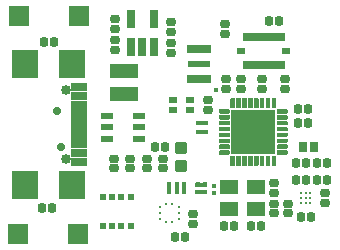
<source format=gts>
%FSTAX23Y23*%
%MOIN*%
%SFA1B1*%

%IPPOS*%
%AMD46*
4,1,8,0.014600,-0.006200,0.014600,0.006200,0.005000,0.015800,-0.005000,0.015800,-0.014600,0.006200,-0.014600,-0.006200,-0.005000,-0.015800,0.005000,-0.015800,0.014600,-0.006200,0.0*
1,1,0.019268,0.005000,-0.006200*
1,1,0.019268,0.005000,0.006200*
1,1,0.019268,-0.005000,0.006200*
1,1,0.019268,-0.005000,-0.006200*
%
%AMD49*
4,1,8,-0.006200,-0.014600,0.006200,-0.014600,0.015800,-0.005000,0.015800,0.005000,0.006200,0.014600,-0.006200,0.014600,-0.015800,0.005000,-0.015800,-0.005000,-0.006200,-0.014600,0.0*
1,1,0.019268,-0.006200,-0.005000*
1,1,0.019268,0.006200,-0.005000*
1,1,0.019268,0.006200,0.005000*
1,1,0.019268,-0.006200,0.005000*
%
%AMD63*
4,1,8,-0.021500,0.011200,-0.021500,-0.011200,-0.013700,-0.019000,0.013700,-0.019000,0.021500,-0.011200,0.021500,0.011200,0.013700,0.019000,-0.013700,0.019000,-0.021500,0.011200,0.0*
1,1,0.015504,-0.013700,0.011200*
1,1,0.015504,-0.013700,-0.011200*
1,1,0.015504,0.013700,-0.011200*
1,1,0.015504,0.013700,0.011200*
%
%ADD19R,0.038500X0.022000*%
%ADD22R,0.011000X0.010000*%
%ADD23R,0.010000X0.011000*%
%ADD26C,0.009000*%
%ADD42R,0.039319X0.015528*%
%ADD43R,0.015528X0.039319*%
%ADD44R,0.018000X0.018000*%
%ADD45C,0.017000*%
G04~CAMADD=46~8~0.0~0.0~316.2~292.6~96.3~0.0~15~0.0~0.0~0.0~0.0~0~0.0~0.0~0.0~0.0~0~0.0~0.0~0.0~270.0~292.0~316.0*
%ADD46D46*%
%ADD47R,0.028079X0.036740*%
%ADD48R,0.027685X0.019811*%
G04~CAMADD=49~8~0.0~0.0~316.2~292.6~96.3~0.0~15~0.0~0.0~0.0~0.0~0~0.0~0.0~0.0~0.0~0~0.0~0.0~0.0~180.0~316.0~292.0*
%ADD49D49*%
%ADD50R,0.059181X0.051307*%
%ADD51R,0.031228X0.021779*%
%ADD52R,0.021779X0.031228*%
%ADD53R,0.068000X0.068000*%
%ADD54R,0.019811X0.031622*%
%ADD55R,0.074929X0.019811*%
%ADD56R,0.023748X0.023748*%
%ADD57R,0.018000X0.018000*%
%ADD58R,0.094614X0.047370*%
%ADD59R,0.053275X0.031622*%
%ADD60R,0.053275X0.019811*%
%ADD61R,0.086740X0.093827*%
%ADD62R,0.149606X0.149606*%
G04~CAMADD=63~8~0.0~0.0~380.0~430.0~77.5~0.0~15~0.0~0.0~0.0~0.0~0~0.0~0.0~0.0~0.0~0~0.0~0.0~0.0~90.0~430.0~380.0*
%ADD63D63*%
%ADD64R,0.031622X0.059968*%
%ADD65C,0.033590*%
%ADD66C,0.028000*%
%LNesp32c3phils-1*%
%LPD*%
G36*
X03533Y03763D02*
X03533Y03763D01*
X03533Y03763*
X03533Y03763*
X03532Y03764*
X03532Y03764*
X03532Y03764*
X03532Y03764*
X03532Y03764*
X03532Y03764*
X03532Y03764*
X03531Y03764*
X03531Y03764*
X03531Y03764*
X03531Y03765*
X03531Y03765*
X03531Y03765*
X03531Y03765*
X03531Y03765*
X03531Y03765*
X03531Y03765*
X0353Y03766*
X0353Y03766*
X0353Y03766*
X0353Y03766*
X0353Y03766*
Y03766*
Y03767*
Y03775*
Y03775*
Y03775*
X0353Y03775*
X0353Y03775*
X0353Y03775*
X0353Y03776*
X03531Y03776*
X03531Y03776*
X03531Y03776*
X03531Y03776*
X03531Y03776*
X03531Y03777*
X03531Y03777*
X03531Y03777*
X03531Y03777*
X03531Y03777*
X03532Y03777*
X03532Y03777*
X03532Y03777*
X03532Y03777*
X03532Y03778*
X03532Y03778*
X03532Y03778*
X03533Y03778*
X03533Y03778*
X03533Y03778*
X03533Y03778*
X03533Y03778*
X03563*
X03563Y03778*
X03564Y03778*
X03564Y03778*
X03564Y03778*
X03564Y03778*
X03564Y03778*
X03564Y03778*
X03565Y03777*
X03565Y03777*
X03565Y03777*
X03565Y03777*
X03565Y03777*
X03565Y03777*
X03565Y03777*
X03565Y03777*
X03566Y03777*
X03566Y03776*
X03566Y03776*
X03566Y03776*
X03566Y03776*
X03566Y03776*
X03566Y03776*
X03566Y03775*
X03566Y03775*
X03566Y03775*
X03566Y03775*
Y03775*
Y03775*
Y03767*
Y03766*
Y03766*
X03566Y03766*
X03566Y03766*
X03566Y03766*
X03566Y03766*
X03566Y03765*
X03566Y03765*
X03566Y03765*
X03566Y03765*
X03566Y03765*
X03566Y03765*
X03565Y03765*
X03565Y03764*
X03565Y03764*
X03565Y03764*
X03565Y03764*
X03565Y03764*
X03565Y03764*
X03565Y03764*
X03564Y03764*
X03564Y03764*
X03564Y03764*
X03564Y03763*
X03564Y03763*
X03564Y03763*
X03563Y03763*
X03563Y03763*
X03533*
X03533Y03763*
G37*
G36*
Y03783D02*
X03533Y03783D01*
X03533Y03783*
X03533Y03783*
X03532Y03783*
X03532Y03783*
X03532Y03783*
X03532Y03783*
X03532Y03784*
X03532Y03784*
X03532Y03784*
X03531Y03784*
X03531Y03784*
X03531Y03784*
X03531Y03784*
X03531Y03784*
X03531Y03785*
X03531Y03785*
X03531Y03785*
X03531Y03785*
X03531Y03785*
X0353Y03785*
X0353Y03785*
X0353Y03786*
X0353Y03786*
X0353Y03786*
Y03786*
Y03786*
Y03794*
Y03794*
Y03795*
X0353Y03795*
X0353Y03795*
X0353Y03795*
X0353Y03795*
X03531Y03795*
X03531Y03796*
X03531Y03796*
X03531Y03796*
X03531Y03796*
X03531Y03796*
X03531Y03796*
X03531Y03796*
X03531Y03797*
X03531Y03797*
X03532Y03797*
X03532Y03797*
X03532Y03797*
X03532Y03797*
X03532Y03797*
X03532Y03797*
X03532Y03797*
X03533Y03797*
X03533Y03797*
X03533Y03797*
X03533Y03798*
X03533Y03798*
X03563*
X03563Y03798*
X03564Y03797*
X03564Y03797*
X03564Y03797*
X03564Y03797*
X03564Y03797*
X03564Y03797*
X03565Y03797*
X03565Y03797*
X03565Y03797*
X03565Y03797*
X03565Y03797*
X03565Y03797*
X03565Y03796*
X03565Y03796*
X03566Y03796*
X03566Y03796*
X03566Y03796*
X03566Y03796*
X03566Y03796*
X03566Y03795*
X03566Y03795*
X03566Y03795*
X03566Y03795*
X03566Y03795*
X03566Y03795*
Y03794*
Y03794*
Y03786*
Y03786*
Y03786*
X03566Y03786*
X03566Y03786*
X03566Y03785*
X03566Y03785*
X03566Y03785*
X03566Y03785*
X03566Y03785*
X03566Y03785*
X03566Y03785*
X03566Y03784*
X03565Y03784*
X03565Y03784*
X03565Y03784*
X03565Y03784*
X03565Y03784*
X03565Y03784*
X03565Y03784*
X03565Y03783*
X03564Y03783*
X03564Y03783*
X03564Y03783*
X03564Y03783*
X03564Y03783*
X03564Y03783*
X03563Y03783*
X03563Y03783*
X03533*
X03533Y03783*
G37*
G36*
Y03822D02*
X03533Y03822D01*
X03533Y03822*
X03533Y03823*
X03532Y03823*
X03532Y03823*
X03532Y03823*
X03532Y03823*
X03532Y03823*
X03532Y03823*
X03532Y03823*
X03531Y03823*
X03531Y03823*
X03531Y03823*
X03531Y03824*
X03531Y03824*
X03531Y03824*
X03531Y03824*
X03531Y03824*
X03531Y03824*
X03531Y03825*
X0353Y03825*
X0353Y03825*
X0353Y03825*
X0353Y03825*
X0353Y03825*
Y03826*
Y03826*
Y03834*
Y03834*
Y03834*
X0353Y03834*
X0353Y03834*
X0353Y03835*
X0353Y03835*
X03531Y03835*
X03531Y03835*
X03531Y03835*
X03531Y03835*
X03531Y03835*
X03531Y03836*
X03531Y03836*
X03531Y03836*
X03531Y03836*
X03531Y03836*
X03532Y03836*
X03532Y03836*
X03532Y03836*
X03532Y03837*
X03532Y03837*
X03532Y03837*
X03532Y03837*
X03533Y03837*
X03533Y03837*
X03533Y03837*
X03533Y03837*
X03533Y03837*
X03563*
X03563Y03837*
X03564Y03837*
X03564Y03837*
X03564Y03837*
X03564Y03837*
X03564Y03837*
X03564Y03837*
X03565Y03837*
X03565Y03836*
X03565Y03836*
X03565Y03836*
X03565Y03836*
X03565Y03836*
X03565Y03836*
X03565Y03836*
X03566Y03836*
X03566Y03835*
X03566Y03835*
X03566Y03835*
X03566Y03835*
X03566Y03835*
X03566Y03835*
X03566Y03835*
X03566Y03834*
X03566Y03834*
X03566Y03834*
Y03834*
Y03834*
Y03826*
Y03826*
Y03825*
X03566Y03825*
X03566Y03825*
X03566Y03825*
X03566Y03825*
X03566Y03825*
X03566Y03824*
X03566Y03824*
X03566Y03824*
X03566Y03824*
X03566Y03824*
X03565Y03824*
X03565Y03823*
X03565Y03823*
X03565Y03823*
X03565Y03823*
X03565Y03823*
X03565Y03823*
X03565Y03823*
X03564Y03823*
X03564Y03823*
X03564Y03823*
X03564Y03823*
X03564Y03822*
X03564Y03822*
X03563Y03822*
X03563Y03822*
X03533*
X03533Y03822*
G37*
G36*
Y03803D02*
X03533Y03803D01*
X03533Y03803*
X03533Y03803*
X03532Y03803*
X03532Y03803*
X03532Y03803*
X03532Y03803*
X03532Y03803*
X03532Y03803*
X03532Y03803*
X03531Y03804*
X03531Y03804*
X03531Y03804*
X03531Y03804*
X03531Y03804*
X03531Y03804*
X03531Y03804*
X03531Y03805*
X03531Y03805*
X03531Y03805*
X0353Y03805*
X0353Y03805*
X0353Y03805*
X0353Y03805*
X0353Y03806*
Y03806*
Y03806*
Y03814*
Y03814*
Y03814*
X0353Y03814*
X0353Y03815*
X0353Y03815*
X0353Y03815*
X03531Y03815*
X03531Y03815*
X03531Y03815*
X03531Y03816*
X03531Y03816*
X03531Y03816*
X03531Y03816*
X03531Y03816*
X03531Y03816*
X03531Y03816*
X03532Y03817*
X03532Y03817*
X03532Y03817*
X03532Y03817*
X03532Y03817*
X03532Y03817*
X03532Y03817*
X03533Y03817*
X03533Y03817*
X03533Y03817*
X03533Y03817*
X03533Y03817*
X03563*
X03563Y03817*
X03564Y03817*
X03564Y03817*
X03564Y03817*
X03564Y03817*
X03564Y03817*
X03564Y03817*
X03565Y03817*
X03565Y03817*
X03565Y03817*
X03565Y03817*
X03565Y03816*
X03565Y03816*
X03565Y03816*
X03565Y03816*
X03566Y03816*
X03566Y03816*
X03566Y03816*
X03566Y03815*
X03566Y03815*
X03566Y03815*
X03566Y03815*
X03566Y03815*
X03566Y03815*
X03566Y03814*
X03566Y03814*
Y03814*
Y03814*
Y03806*
Y03806*
Y03806*
X03566Y03805*
X03566Y03805*
X03566Y03805*
X03566Y03805*
X03566Y03805*
X03566Y03805*
X03566Y03805*
X03566Y03804*
X03566Y03804*
X03566Y03804*
X03565Y03804*
X03565Y03804*
X03565Y03804*
X03565Y03804*
X03565Y03803*
X03565Y03803*
X03565Y03803*
X03565Y03803*
X03564Y03803*
X03564Y03803*
X03564Y03803*
X03564Y03803*
X03564Y03803*
X03564Y03803*
X03563Y03803*
X03563Y03803*
X03533*
X03533Y03803*
G37*
G36*
X03571Y03725D02*
X03571Y03725D01*
X03571Y03725*
X03571Y03725*
X0357Y03726*
X0357Y03726*
X0357Y03726*
X0357Y03726*
X0357Y03726*
X0357Y03726*
X0357Y03726*
X03569Y03726*
X03569Y03726*
X03569Y03726*
X03569Y03727*
X03569Y03727*
X03569Y03727*
X03569Y03727*
X03569Y03727*
X03569Y03727*
X03569Y03727*
X03568Y03728*
X03568Y03728*
X03568Y03728*
X03568Y03728*
X03568Y03728*
Y03728*
Y03729*
Y03758*
Y03758*
Y03758*
X03568Y03758*
X03568Y03759*
X03568Y03759*
X03568Y03759*
X03569Y03759*
X03569Y03759*
X03569Y03759*
X03569Y0376*
X03569Y0376*
X03569Y0376*
X03569Y0376*
X03569Y0376*
X03569Y0376*
X03569Y0376*
X0357Y0376*
X0357Y03761*
X0357Y03761*
X0357Y03761*
X0357Y03761*
X0357Y03761*
X0357Y03761*
X03571Y03761*
X03571Y03761*
X03571Y03761*
X03571Y03761*
X03571Y03761*
X0358*
X0358Y03761*
X0358Y03761*
X0358Y03761*
X03581Y03761*
X03581Y03761*
X03581Y03761*
X03581Y03761*
X03581Y03761*
X03581Y03761*
X03582Y03761*
X03582Y0376*
X03582Y0376*
X03582Y0376*
X03582Y0376*
X03582Y0376*
X03582Y0376*
X03582Y0376*
X03582Y0376*
X03583Y03759*
X03583Y03759*
X03583Y03759*
X03583Y03759*
X03583Y03759*
X03583Y03759*
X03583Y03758*
X03583Y03758*
Y03758*
Y03758*
Y03729*
Y03728*
Y03728*
X03583Y03728*
X03583Y03728*
X03583Y03728*
X03583Y03728*
X03583Y03727*
X03583Y03727*
X03583Y03727*
X03582Y03727*
X03582Y03727*
X03582Y03727*
X03582Y03727*
X03582Y03726*
X03582Y03726*
X03582Y03726*
X03582Y03726*
X03582Y03726*
X03581Y03726*
X03581Y03726*
X03581Y03726*
X03581Y03726*
X03581Y03726*
X03581Y03725*
X0358Y03725*
X0358Y03725*
X0358Y03725*
X0358Y03725*
X03571*
X03571Y03725*
G37*
G36*
X03591D02*
X03591Y03725D01*
X0359Y03725*
X0359Y03725*
X0359Y03726*
X0359Y03726*
X0359Y03726*
X0359Y03726*
X0359Y03726*
X03589Y03726*
X03589Y03726*
X03589Y03726*
X03589Y03726*
X03589Y03726*
X03589Y03727*
X03589Y03727*
X03589Y03727*
X03588Y03727*
X03588Y03727*
X03588Y03727*
X03588Y03727*
X03588Y03728*
X03588Y03728*
X03588Y03728*
X03588Y03728*
X03588Y03728*
Y03728*
Y03729*
Y03758*
Y03758*
Y03758*
X03588Y03758*
X03588Y03759*
X03588Y03759*
X03588Y03759*
X03588Y03759*
X03588Y03759*
X03588Y03759*
X03588Y0376*
X03589Y0376*
X03589Y0376*
X03589Y0376*
X03589Y0376*
X03589Y0376*
X03589Y0376*
X03589Y0376*
X03589Y03761*
X0359Y03761*
X0359Y03761*
X0359Y03761*
X0359Y03761*
X0359Y03761*
X0359Y03761*
X0359Y03761*
X03591Y03761*
X03591Y03761*
X03591Y03761*
X036*
X036Y03761*
X036Y03761*
X036Y03761*
X036Y03761*
X036Y03761*
X03601Y03761*
X03601Y03761*
X03601Y03761*
X03601Y03761*
X03601Y03761*
X03601Y0376*
X03601Y0376*
X03602Y0376*
X03602Y0376*
X03602Y0376*
X03602Y0376*
X03602Y0376*
X03602Y0376*
X03602Y03759*
X03602Y03759*
X03602Y03759*
X03602Y03759*
X03602Y03759*
X03602Y03759*
X03603Y03758*
X03603Y03758*
Y03758*
Y03758*
Y03729*
Y03728*
Y03728*
X03603Y03728*
X03602Y03728*
X03602Y03728*
X03602Y03728*
X03602Y03727*
X03602Y03727*
X03602Y03727*
X03602Y03727*
X03602Y03727*
X03602Y03727*
X03602Y03727*
X03602Y03726*
X03602Y03726*
X03601Y03726*
X03601Y03726*
X03601Y03726*
X03601Y03726*
X03601Y03726*
X03601Y03726*
X03601Y03726*
X036Y03726*
X036Y03725*
X036Y03725*
X036Y03725*
X036Y03725*
X036Y03725*
X03591*
X03591Y03725*
G37*
G36*
X0363D02*
X0363Y03725D01*
X0363Y03725*
X0363Y03725*
X0363Y03726*
X03629Y03726*
X03629Y03726*
X03629Y03726*
X03629Y03726*
X03629Y03726*
X03629Y03726*
X03628Y03726*
X03628Y03726*
X03628Y03726*
X03628Y03727*
X03628Y03727*
X03628Y03727*
X03628Y03727*
X03628Y03727*
X03628Y03727*
X03628Y03727*
X03628Y03728*
X03627Y03728*
X03627Y03728*
X03627Y03728*
X03627Y03728*
Y03728*
Y03729*
Y03758*
Y03758*
Y03758*
X03627Y03758*
X03627Y03759*
X03627Y03759*
X03628Y03759*
X03628Y03759*
X03628Y03759*
X03628Y03759*
X03628Y0376*
X03628Y0376*
X03628Y0376*
X03628Y0376*
X03628Y0376*
X03628Y0376*
X03628Y0376*
X03629Y0376*
X03629Y03761*
X03629Y03761*
X03629Y03761*
X03629Y03761*
X03629Y03761*
X0363Y03761*
X0363Y03761*
X0363Y03761*
X0363Y03761*
X0363Y03761*
X0363Y03761*
X03639*
X03639Y03761*
X03639Y03761*
X0364Y03761*
X0364Y03761*
X0364Y03761*
X0364Y03761*
X0364Y03761*
X0364Y03761*
X0364Y03761*
X03641Y03761*
X03641Y0376*
X03641Y0376*
X03641Y0376*
X03641Y0376*
X03641Y0376*
X03641Y0376*
X03641Y0376*
X03642Y0376*
X03642Y03759*
X03642Y03759*
X03642Y03759*
X03642Y03759*
X03642Y03759*
X03642Y03759*
X03642Y03758*
X03642Y03758*
Y03758*
Y03758*
Y03729*
Y03728*
Y03728*
X03642Y03728*
X03642Y03728*
X03642Y03728*
X03642Y03728*
X03642Y03727*
X03642Y03727*
X03642Y03727*
X03642Y03727*
X03641Y03727*
X03641Y03727*
X03641Y03727*
X03641Y03726*
X03641Y03726*
X03641Y03726*
X03641Y03726*
X03641Y03726*
X0364Y03726*
X0364Y03726*
X0364Y03726*
X0364Y03726*
X0364Y03726*
X0364Y03725*
X0364Y03725*
X03639Y03725*
X03639Y03725*
X03639Y03725*
X0363*
X0363Y03725*
G37*
G36*
X0361D02*
X0361Y03725D01*
X0361Y03725*
X0361Y03725*
X0361Y03726*
X0361Y03726*
X0361Y03726*
X03609Y03726*
X03609Y03726*
X03609Y03726*
X03609Y03726*
X03609Y03726*
X03609Y03726*
X03609Y03726*
X03608Y03727*
X03608Y03727*
X03608Y03727*
X03608Y03727*
X03608Y03727*
X03608Y03727*
X03608Y03727*
X03608Y03728*
X03608Y03728*
X03608Y03728*
X03608Y03728*
X03608Y03728*
Y03728*
Y03729*
Y03758*
Y03758*
Y03758*
X03608Y03758*
X03608Y03759*
X03608Y03759*
X03608Y03759*
X03608Y03759*
X03608Y03759*
X03608Y03759*
X03608Y0376*
X03608Y0376*
X03608Y0376*
X03608Y0376*
X03609Y0376*
X03609Y0376*
X03609Y0376*
X03609Y0376*
X03609Y03761*
X03609Y03761*
X03609Y03761*
X0361Y03761*
X0361Y03761*
X0361Y03761*
X0361Y03761*
X0361Y03761*
X0361Y03761*
X0361Y03761*
X03611Y03761*
X03619*
X03619Y03761*
X0362Y03761*
X0362Y03761*
X0362Y03761*
X0362Y03761*
X0362Y03761*
X0362Y03761*
X03621Y03761*
X03621Y03761*
X03621Y03761*
X03621Y0376*
X03621Y0376*
X03621Y0376*
X03621Y0376*
X03622Y0376*
X03622Y0376*
X03622Y0376*
X03622Y0376*
X03622Y03759*
X03622Y03759*
X03622Y03759*
X03622Y03759*
X03622Y03759*
X03622Y03759*
X03622Y03758*
X03622Y03758*
Y03758*
Y03758*
Y03729*
Y03728*
Y03728*
X03622Y03728*
X03622Y03728*
X03622Y03728*
X03622Y03728*
X03622Y03727*
X03622Y03727*
X03622Y03727*
X03622Y03727*
X03622Y03727*
X03622Y03727*
X03622Y03727*
X03621Y03726*
X03621Y03726*
X03621Y03726*
X03621Y03726*
X03621Y03726*
X03621Y03726*
X03621Y03726*
X0362Y03726*
X0362Y03726*
X0362Y03726*
X0362Y03725*
X0362Y03725*
X0362Y03725*
X03619Y03725*
X03619Y03725*
X03611*
X0361Y03725*
G37*
G36*
X03533Y03842D02*
X03533Y03842D01*
X03533Y03842*
X03533Y03842*
X03532Y03842*
X03532Y03842*
X03532Y03842*
X03532Y03842*
X03532Y03843*
X03532Y03843*
X03532Y03843*
X03531Y03843*
X03531Y03843*
X03531Y03843*
X03531Y03843*
X03531Y03843*
X03531Y03844*
X03531Y03844*
X03531Y03844*
X03531Y03844*
X03531Y03844*
X0353Y03844*
X0353Y03845*
X0353Y03845*
X0353Y03845*
X0353Y03845*
Y03845*
Y03845*
Y03853*
Y03853*
Y03854*
X0353Y03854*
X0353Y03854*
X0353Y03854*
X0353Y03854*
X03531Y03855*
X03531Y03855*
X03531Y03855*
X03531Y03855*
X03531Y03855*
X03531Y03855*
X03531Y03855*
X03531Y03856*
X03531Y03856*
X03531Y03856*
X03532Y03856*
X03532Y03856*
X03532Y03856*
X03532Y03856*
X03532Y03856*
X03532Y03856*
X03532Y03856*
X03533Y03856*
X03533Y03857*
X03533Y03857*
X03533Y03857*
X03533Y03857*
X03563*
X03563Y03857*
X03564Y03857*
X03564Y03857*
X03564Y03856*
X03564Y03856*
X03564Y03856*
X03564Y03856*
X03565Y03856*
X03565Y03856*
X03565Y03856*
X03565Y03856*
X03565Y03856*
X03565Y03856*
X03565Y03856*
X03565Y03855*
X03566Y03855*
X03566Y03855*
X03566Y03855*
X03566Y03855*
X03566Y03855*
X03566Y03855*
X03566Y03854*
X03566Y03854*
X03566Y03854*
X03566Y03854*
X03566Y03854*
Y03853*
Y03853*
Y03845*
Y03845*
Y03845*
X03566Y03845*
X03566Y03845*
X03566Y03845*
X03566Y03844*
X03566Y03844*
X03566Y03844*
X03566Y03844*
X03566Y03844*
X03566Y03844*
X03566Y03843*
X03565Y03843*
X03565Y03843*
X03565Y03843*
X03565Y03843*
X03565Y03843*
X03565Y03843*
X03565Y03843*
X03565Y03842*
X03564Y03842*
X03564Y03842*
X03564Y03842*
X03564Y03842*
X03564Y03842*
X03564Y03842*
X03563Y03842*
X03563Y03842*
X03533*
X03533Y03842*
G37*
G36*
Y03862D02*
X03533Y03862D01*
X03533Y03862*
X03533Y03862*
X03532Y03862*
X03532Y03862*
X03532Y03862*
X03532Y03862*
X03532Y03862*
X03532Y03862*
X03532Y03862*
X03531Y03863*
X03531Y03863*
X03531Y03863*
X03531Y03863*
X03531Y03863*
X03531Y03863*
X03531Y03863*
X03531Y03864*
X03531Y03864*
X03531Y03864*
X0353Y03864*
X0353Y03864*
X0353Y03864*
X0353Y03865*
X0353Y03865*
Y03865*
Y03865*
Y03873*
Y03873*
Y03873*
X0353Y03874*
X0353Y03874*
X0353Y03874*
X0353Y03874*
X03531Y03874*
X03531Y03874*
X03531Y03875*
X03531Y03875*
X03531Y03875*
X03531Y03875*
X03531Y03875*
X03531Y03875*
X03531Y03875*
X03531Y03875*
X03532Y03876*
X03532Y03876*
X03532Y03876*
X03532Y03876*
X03532Y03876*
X03532Y03876*
X03532Y03876*
X03533Y03876*
X03533Y03876*
X03533Y03876*
X03533Y03876*
X03533Y03876*
X03563*
X03563Y03876*
X03564Y03876*
X03564Y03876*
X03564Y03876*
X03564Y03876*
X03564Y03876*
X03564Y03876*
X03565Y03876*
X03565Y03876*
X03565Y03876*
X03565Y03876*
X03565Y03875*
X03565Y03875*
X03565Y03875*
X03565Y03875*
X03566Y03875*
X03566Y03875*
X03566Y03875*
X03566Y03875*
X03566Y03874*
X03566Y03874*
X03566Y03874*
X03566Y03874*
X03566Y03874*
X03566Y03874*
X03566Y03873*
Y03873*
Y03873*
Y03865*
Y03865*
Y03865*
X03566Y03865*
X03566Y03864*
X03566Y03864*
X03566Y03864*
X03566Y03864*
X03566Y03864*
X03566Y03864*
X03566Y03863*
X03566Y03863*
X03566Y03863*
X03565Y03863*
X03565Y03863*
X03565Y03863*
X03565Y03863*
X03565Y03862*
X03565Y03862*
X03565Y03862*
X03565Y03862*
X03564Y03862*
X03564Y03862*
X03564Y03862*
X03564Y03862*
X03564Y03862*
X03564Y03862*
X03563Y03862*
X03563Y03862*
X03533*
X03533Y03862*
G37*
G36*
Y03881D02*
X03533Y03882D01*
X03533Y03882*
X03533Y03882*
X03532Y03882*
X03532Y03882*
X03532Y03882*
X03532Y03882*
X03532Y03882*
X03532Y03882*
X03532Y03882*
X03531Y03882*
X03531Y03882*
X03531Y03883*
X03531Y03883*
X03531Y03883*
X03531Y03883*
X03531Y03883*
X03531Y03883*
X03531Y03883*
X03531Y03884*
X0353Y03884*
X0353Y03884*
X0353Y03884*
X0353Y03884*
X0353Y03884*
Y03885*
Y03885*
Y03893*
Y03893*
Y03893*
X0353Y03893*
X0353Y03893*
X0353Y03894*
X0353Y03894*
X03531Y03894*
X03531Y03894*
X03531Y03894*
X03531Y03894*
X03531Y03895*
X03531Y03895*
X03531Y03895*
X03531Y03895*
X03531Y03895*
X03531Y03895*
X03532Y03895*
X03532Y03895*
X03532Y03895*
X03532Y03896*
X03532Y03896*
X03532Y03896*
X03532Y03896*
X03533Y03896*
X03533Y03896*
X03533Y03896*
X03533Y03896*
X03533Y03896*
X03563*
X03563Y03896*
X03564Y03896*
X03564Y03896*
X03564Y03896*
X03564Y03896*
X03564Y03896*
X03564Y03896*
X03565Y03896*
X03565Y03895*
X03565Y03895*
X03565Y03895*
X03565Y03895*
X03565Y03895*
X03565Y03895*
X03565Y03895*
X03566Y03895*
X03566Y03895*
X03566Y03894*
X03566Y03894*
X03566Y03894*
X03566Y03894*
X03566Y03894*
X03566Y03894*
X03566Y03893*
X03566Y03893*
X03566Y03893*
Y03893*
Y03893*
Y03885*
Y03885*
Y03884*
X03566Y03884*
X03566Y03884*
X03566Y03884*
X03566Y03884*
X03566Y03884*
X03566Y03883*
X03566Y03883*
X03566Y03883*
X03566Y03883*
X03566Y03883*
X03565Y03883*
X03565Y03883*
X03565Y03882*
X03565Y03882*
X03565Y03882*
X03565Y03882*
X03565Y03882*
X03565Y03882*
X03564Y03882*
X03564Y03882*
X03564Y03882*
X03564Y03882*
X03564Y03882*
X03564Y03882*
X03563Y03881*
X03563Y03881*
X03533*
X03533Y03881*
G37*
G36*
Y03901D02*
X03533Y03901D01*
X03533Y03901*
X03533Y03901*
X03532Y03901*
X03532Y03901*
X03532Y03901*
X03532Y03902*
X03532Y03902*
X03532Y03902*
X03532Y03902*
X03531Y03902*
X03531Y03902*
X03531Y03902*
X03531Y03902*
X03531Y03902*
X03531Y03903*
X03531Y03903*
X03531Y03903*
X03531Y03903*
X03531Y03903*
X0353Y03903*
X0353Y03904*
X0353Y03904*
X0353Y03904*
X0353Y03904*
Y03904*
Y03904*
Y03912*
Y03913*
Y03913*
X0353Y03913*
X0353Y03913*
X0353Y03913*
X0353Y03913*
X03531Y03914*
X03531Y03914*
X03531Y03914*
X03531Y03914*
X03531Y03914*
X03531Y03914*
X03531Y03914*
X03531Y03915*
X03531Y03915*
X03531Y03915*
X03532Y03915*
X03532Y03915*
X03532Y03915*
X03532Y03915*
X03532Y03915*
X03532Y03915*
X03532Y03915*
X03533Y03916*
X03533Y03916*
X03533Y03916*
X03533Y03916*
X03533Y03916*
X03563*
X03563Y03916*
X03564Y03916*
X03564Y03916*
X03564Y03916*
X03564Y03915*
X03564Y03915*
X03564Y03915*
X03565Y03915*
X03565Y03915*
X03565Y03915*
X03565Y03915*
X03565Y03915*
X03565Y03915*
X03565Y03915*
X03565Y03914*
X03566Y03914*
X03566Y03914*
X03566Y03914*
X03566Y03914*
X03566Y03914*
X03566Y03914*
X03566Y03913*
X03566Y03913*
X03566Y03913*
X03566Y03913*
X03566Y03913*
Y03913*
Y03912*
Y03904*
Y03904*
Y03904*
X03566Y03904*
X03566Y03904*
X03566Y03904*
X03566Y03903*
X03566Y03903*
X03566Y03903*
X03566Y03903*
X03566Y03903*
X03566Y03903*
X03566Y03902*
X03565Y03902*
X03565Y03902*
X03565Y03902*
X03565Y03902*
X03565Y03902*
X03565Y03902*
X03565Y03902*
X03565Y03902*
X03564Y03901*
X03564Y03901*
X03564Y03901*
X03564Y03901*
X03564Y03901*
X03564Y03901*
X03563Y03901*
X03563Y03901*
X03533*
X03533Y03901*
G37*
G36*
X03571Y03918D02*
X03571Y03918D01*
X03571Y03918*
X03571Y03918*
X0357Y03918*
X0357Y03918*
X0357Y03918*
X0357Y03918*
X0357Y03918*
X0357Y03918*
X0357Y03919*
X03569Y03919*
X03569Y03919*
X03569Y03919*
X03569Y03919*
X03569Y03919*
X03569Y03919*
X03569Y0392*
X03569Y0392*
X03569Y0392*
X03569Y0392*
X03568Y0392*
X03568Y0392*
X03568Y0392*
X03568Y03921*
X03568Y03921*
Y03921*
Y03921*
Y0395*
Y03951*
Y03951*
X03568Y03951*
X03568Y03951*
X03568Y03951*
X03568Y03951*
X03569Y03952*
X03569Y03952*
X03569Y03952*
X03569Y03952*
X03569Y03952*
X03569Y03952*
X03569Y03952*
X03569Y03953*
X03569Y03953*
X03569Y03953*
X0357Y03953*
X0357Y03953*
X0357Y03953*
X0357Y03953*
X0357Y03953*
X0357Y03953*
X0357Y03953*
X03571Y03954*
X03571Y03954*
X03571Y03954*
X03571Y03954*
X03571Y03954*
X0358*
X0358Y03954*
X0358Y03954*
X0358Y03954*
X03581Y03954*
X03581Y03953*
X03581Y03953*
X03581Y03953*
X03581Y03953*
X03581Y03953*
X03582Y03953*
X03582Y03953*
X03582Y03953*
X03582Y03953*
X03582Y03953*
X03582Y03952*
X03582Y03952*
X03582Y03952*
X03582Y03952*
X03583Y03952*
X03583Y03952*
X03583Y03952*
X03583Y03951*
X03583Y03951*
X03583Y03951*
X03583Y03951*
X03583Y03951*
Y03951*
Y0395*
Y03921*
Y03921*
Y03921*
X03583Y03921*
X03583Y0392*
X03583Y0392*
X03583Y0392*
X03583Y0392*
X03583Y0392*
X03583Y0392*
X03582Y0392*
X03582Y03919*
X03582Y03919*
X03582Y03919*
X03582Y03919*
X03582Y03919*
X03582Y03919*
X03582Y03919*
X03582Y03918*
X03581Y03918*
X03581Y03918*
X03581Y03918*
X03581Y03918*
X03581Y03918*
X03581Y03918*
X0358Y03918*
X0358Y03918*
X0358Y03918*
X0358Y03918*
X03571*
X03571Y03918*
G37*
G36*
X03591D02*
X03591Y03918D01*
X0359Y03918*
X0359Y03918*
X0359Y03918*
X0359Y03918*
X0359Y03918*
X0359Y03918*
X0359Y03918*
X03589Y03918*
X03589Y03919*
X03589Y03919*
X03589Y03919*
X03589Y03919*
X03589Y03919*
X03589Y03919*
X03589Y03919*
X03588Y0392*
X03588Y0392*
X03588Y0392*
X03588Y0392*
X03588Y0392*
X03588Y0392*
X03588Y0392*
X03588Y03921*
X03588Y03921*
Y03921*
Y03921*
Y0395*
Y03951*
Y03951*
X03588Y03951*
X03588Y03951*
X03588Y03951*
X03588Y03951*
X03588Y03952*
X03588Y03952*
X03588Y03952*
X03588Y03952*
X03589Y03952*
X03589Y03952*
X03589Y03952*
X03589Y03953*
X03589Y03953*
X03589Y03953*
X03589Y03953*
X03589Y03953*
X0359Y03953*
X0359Y03953*
X0359Y03953*
X0359Y03953*
X0359Y03953*
X0359Y03954*
X0359Y03954*
X03591Y03954*
X03591Y03954*
X03591Y03954*
X036*
X036Y03954*
X036Y03954*
X036Y03954*
X036Y03954*
X036Y03953*
X03601Y03953*
X03601Y03953*
X03601Y03953*
X03601Y03953*
X03601Y03953*
X03601Y03953*
X03601Y03953*
X03602Y03953*
X03602Y03953*
X03602Y03952*
X03602Y03952*
X03602Y03952*
X03602Y03952*
X03602Y03952*
X03602Y03952*
X03602Y03952*
X03602Y03951*
X03602Y03951*
X03602Y03951*
X03603Y03951*
X03603Y03951*
Y03951*
Y0395*
Y03921*
Y03921*
Y03921*
X03603Y03921*
X03602Y0392*
X03602Y0392*
X03602Y0392*
X03602Y0392*
X03602Y0392*
X03602Y0392*
X03602Y0392*
X03602Y03919*
X03602Y03919*
X03602Y03919*
X03602Y03919*
X03602Y03919*
X03601Y03919*
X03601Y03919*
X03601Y03918*
X03601Y03918*
X03601Y03918*
X03601Y03918*
X03601Y03918*
X036Y03918*
X036Y03918*
X036Y03918*
X036Y03918*
X036Y03918*
X036Y03918*
X03591*
X03591Y03918*
G37*
G36*
X0361D02*
X0361Y03918D01*
X0361Y03918*
X0361Y03918*
X0361Y03918*
X0361Y03918*
X0361Y03918*
X03609Y03918*
X03609Y03918*
X03609Y03918*
X03609Y03919*
X03609Y03919*
X03609Y03919*
X03609Y03919*
X03608Y03919*
X03608Y03919*
X03608Y03919*
X03608Y0392*
X03608Y0392*
X03608Y0392*
X03608Y0392*
X03608Y0392*
X03608Y0392*
X03608Y0392*
X03608Y03921*
X03608Y03921*
Y03921*
Y03921*
Y0395*
Y03951*
Y03951*
X03608Y03951*
X03608Y03951*
X03608Y03951*
X03608Y03951*
X03608Y03952*
X03608Y03952*
X03608Y03952*
X03608Y03952*
X03608Y03952*
X03608Y03952*
X03608Y03952*
X03609Y03953*
X03609Y03953*
X03609Y03953*
X03609Y03953*
X03609Y03953*
X03609Y03953*
X03609Y03953*
X0361Y03953*
X0361Y03953*
X0361Y03953*
X0361Y03954*
X0361Y03954*
X0361Y03954*
X0361Y03954*
X03611Y03954*
X03619*
X03619Y03954*
X0362Y03954*
X0362Y03954*
X0362Y03954*
X0362Y03953*
X0362Y03953*
X0362Y03953*
X03621Y03953*
X03621Y03953*
X03621Y03953*
X03621Y03953*
X03621Y03953*
X03621Y03953*
X03621Y03953*
X03622Y03952*
X03622Y03952*
X03622Y03952*
X03622Y03952*
X03622Y03952*
X03622Y03952*
X03622Y03952*
X03622Y03951*
X03622Y03951*
X03622Y03951*
X03622Y03951*
X03622Y03951*
Y03951*
Y0395*
Y03921*
Y03921*
Y03921*
X03622Y03921*
X03622Y0392*
X03622Y0392*
X03622Y0392*
X03622Y0392*
X03622Y0392*
X03622Y0392*
X03622Y0392*
X03622Y03919*
X03622Y03919*
X03622Y03919*
X03621Y03919*
X03621Y03919*
X03621Y03919*
X03621Y03919*
X03621Y03918*
X03621Y03918*
X03621Y03918*
X0362Y03918*
X0362Y03918*
X0362Y03918*
X0362Y03918*
X0362Y03918*
X0362Y03918*
X03619Y03918*
X03619Y03918*
X03611*
X0361Y03918*
G37*
G36*
X0363D02*
X0363Y03918D01*
X0363Y03918*
X0363Y03918*
X0363Y03918*
X03629Y03918*
X03629Y03918*
X03629Y03918*
X03629Y03918*
X03629Y03918*
X03629Y03919*
X03628Y03919*
X03628Y03919*
X03628Y03919*
X03628Y03919*
X03628Y03919*
X03628Y03919*
X03628Y0392*
X03628Y0392*
X03628Y0392*
X03628Y0392*
X03628Y0392*
X03627Y0392*
X03627Y0392*
X03627Y03921*
X03627Y03921*
Y03921*
Y03921*
Y0395*
Y03951*
Y03951*
X03627Y03951*
X03627Y03951*
X03627Y03951*
X03628Y03951*
X03628Y03952*
X03628Y03952*
X03628Y03952*
X03628Y03952*
X03628Y03952*
X03628Y03952*
X03628Y03952*
X03628Y03953*
X03628Y03953*
X03628Y03953*
X03629Y03953*
X03629Y03953*
X03629Y03953*
X03629Y03953*
X03629Y03953*
X03629Y03953*
X0363Y03953*
X0363Y03954*
X0363Y03954*
X0363Y03954*
X0363Y03954*
X0363Y03954*
X03639*
X03639Y03954*
X03639Y03954*
X0364Y03954*
X0364Y03954*
X0364Y03953*
X0364Y03953*
X0364Y03953*
X0364Y03953*
X0364Y03953*
X03641Y03953*
X03641Y03953*
X03641Y03953*
X03641Y03953*
X03641Y03953*
X03641Y03952*
X03641Y03952*
X03641Y03952*
X03642Y03952*
X03642Y03952*
X03642Y03952*
X03642Y03952*
X03642Y03951*
X03642Y03951*
X03642Y03951*
X03642Y03951*
X03642Y03951*
Y03951*
Y0395*
Y03921*
Y03921*
Y03921*
X03642Y03921*
X03642Y0392*
X03642Y0392*
X03642Y0392*
X03642Y0392*
X03642Y0392*
X03642Y0392*
X03642Y0392*
X03641Y03919*
X03641Y03919*
X03641Y03919*
X03641Y03919*
X03641Y03919*
X03641Y03919*
X03641Y03919*
X03641Y03918*
X0364Y03918*
X0364Y03918*
X0364Y03918*
X0364Y03918*
X0364Y03918*
X0364Y03918*
X0364Y03918*
X03639Y03918*
X03639Y03918*
X03639Y03918*
X0363*
X0363Y03918*
G37*
G36*
X0365Y03725D02*
X0365Y03725D01*
X0365Y03725*
X03649Y03725*
X03649Y03726*
X03649Y03726*
X03649Y03726*
X03649Y03726*
X03649Y03726*
X03648Y03726*
X03648Y03726*
X03648Y03726*
X03648Y03726*
X03648Y03726*
X03648Y03727*
X03648Y03727*
X03648Y03727*
X03647Y03727*
X03647Y03727*
X03647Y03727*
X03647Y03727*
X03647Y03728*
X03647Y03728*
X03647Y03728*
X03647Y03728*
X03647Y03728*
Y03728*
Y03729*
Y03758*
Y03758*
Y03758*
X03647Y03758*
X03647Y03759*
X03647Y03759*
X03647Y03759*
X03647Y03759*
X03647Y03759*
X03647Y03759*
X03647Y0376*
X03648Y0376*
X03648Y0376*
X03648Y0376*
X03648Y0376*
X03648Y0376*
X03648Y0376*
X03648Y0376*
X03648Y03761*
X03649Y03761*
X03649Y03761*
X03649Y03761*
X03649Y03761*
X03649Y03761*
X03649Y03761*
X0365Y03761*
X0365Y03761*
X0365Y03761*
X0365Y03761*
X03659*
X03659Y03761*
X03659Y03761*
X03659Y03761*
X03659Y03761*
X0366Y03761*
X0366Y03761*
X0366Y03761*
X0366Y03761*
X0366Y03761*
X0366Y03761*
X0366Y0376*
X03661Y0376*
X03661Y0376*
X03661Y0376*
X03661Y0376*
X03661Y0376*
X03661Y0376*
X03661Y0376*
X03661Y03759*
X03661Y03759*
X03661Y03759*
X03661Y03759*
X03662Y03759*
X03662Y03759*
X03662Y03758*
X03662Y03758*
Y03758*
Y03758*
Y03729*
Y03728*
Y03728*
X03662Y03728*
X03662Y03728*
X03662Y03728*
X03661Y03728*
X03661Y03727*
X03661Y03727*
X03661Y03727*
X03661Y03727*
X03661Y03727*
X03661Y03727*
X03661Y03727*
X03661Y03726*
X03661Y03726*
X03661Y03726*
X0366Y03726*
X0366Y03726*
X0366Y03726*
X0366Y03726*
X0366Y03726*
X0366Y03726*
X0366Y03726*
X03659Y03725*
X03659Y03725*
X03659Y03725*
X03659Y03725*
X03659Y03725*
X0365*
X0365Y03725*
G37*
G36*
X0367D02*
X03669Y03725D01*
X03669Y03725*
X03669Y03725*
X03669Y03726*
X03669Y03726*
X03669Y03726*
X03668Y03726*
X03668Y03726*
X03668Y03726*
X03668Y03726*
X03668Y03726*
X03668Y03726*
X03668Y03726*
X03667Y03727*
X03667Y03727*
X03667Y03727*
X03667Y03727*
X03667Y03727*
X03667Y03727*
X03667Y03727*
X03667Y03728*
X03667Y03728*
X03667Y03728*
X03667Y03728*
X03667Y03728*
Y03728*
Y03729*
Y03758*
Y03758*
Y03758*
X03667Y03758*
X03667Y03759*
X03667Y03759*
X03667Y03759*
X03667Y03759*
X03667Y03759*
X03667Y03759*
X03667Y0376*
X03667Y0376*
X03667Y0376*
X03667Y0376*
X03668Y0376*
X03668Y0376*
X03668Y0376*
X03668Y0376*
X03668Y03761*
X03668Y03761*
X03668Y03761*
X03669Y03761*
X03669Y03761*
X03669Y03761*
X03669Y03761*
X03669Y03761*
X03669Y03761*
X0367Y03761*
X0367Y03761*
X03678*
X03679Y03761*
X03679Y03761*
X03679Y03761*
X03679Y03761*
X03679Y03761*
X03679Y03761*
X0368Y03761*
X0368Y03761*
X0368Y03761*
X0368Y03761*
X0368Y0376*
X0368Y0376*
X0368Y0376*
X0368Y0376*
X03681Y0376*
X03681Y0376*
X03681Y0376*
X03681Y0376*
X03681Y03759*
X03681Y03759*
X03681Y03759*
X03681Y03759*
X03681Y03759*
X03681Y03759*
X03681Y03758*
X03681Y03758*
Y03758*
Y03758*
Y03729*
Y03728*
Y03728*
X03681Y03728*
X03681Y03728*
X03681Y03728*
X03681Y03728*
X03681Y03727*
X03681Y03727*
X03681Y03727*
X03681Y03727*
X03681Y03727*
X03681Y03727*
X03681Y03727*
X0368Y03726*
X0368Y03726*
X0368Y03726*
X0368Y03726*
X0368Y03726*
X0368Y03726*
X0368Y03726*
X0368Y03726*
X03679Y03726*
X03679Y03726*
X03679Y03725*
X03679Y03725*
X03679Y03725*
X03679Y03725*
X03678Y03725*
X0367*
X0367Y03725*
G37*
G36*
X03689D02*
X03689Y03725D01*
X03689Y03725*
X03689Y03725*
X03689Y03726*
X03688Y03726*
X03688Y03726*
X03688Y03726*
X03688Y03726*
X03688Y03726*
X03688Y03726*
X03688Y03726*
X03687Y03726*
X03687Y03726*
X03687Y03727*
X03687Y03727*
X03687Y03727*
X03687Y03727*
X03687Y03727*
X03687Y03727*
X03687Y03727*
X03687Y03728*
X03687Y03728*
X03687Y03728*
X03686Y03728*
X03686Y03728*
Y03728*
Y03729*
Y03758*
Y03758*
Y03758*
X03686Y03758*
X03687Y03759*
X03687Y03759*
X03687Y03759*
X03687Y03759*
X03687Y03759*
X03687Y03759*
X03687Y0376*
X03687Y0376*
X03687Y0376*
X03687Y0376*
X03687Y0376*
X03687Y0376*
X03688Y0376*
X03688Y0376*
X03688Y03761*
X03688Y03761*
X03688Y03761*
X03688Y03761*
X03688Y03761*
X03689Y03761*
X03689Y03761*
X03689Y03761*
X03689Y03761*
X03689Y03761*
X03689Y03761*
X03698*
X03698Y03761*
X03698Y03761*
X03699Y03761*
X03699Y03761*
X03699Y03761*
X03699Y03761*
X03699Y03761*
X03699Y03761*
X037Y03761*
X037Y03761*
X037Y0376*
X037Y0376*
X037Y0376*
X037Y0376*
X037Y0376*
X037Y0376*
X037Y0376*
X03701Y0376*
X03701Y03759*
X03701Y03759*
X03701Y03759*
X03701Y03759*
X03701Y03759*
X03701Y03759*
X03701Y03758*
X03701Y03758*
Y03758*
Y03758*
Y03729*
Y03728*
Y03728*
X03701Y03728*
X03701Y03728*
X03701Y03728*
X03701Y03728*
X03701Y03727*
X03701Y03727*
X03701Y03727*
X03701Y03727*
X037Y03727*
X037Y03727*
X037Y03727*
X037Y03726*
X037Y03726*
X037Y03726*
X037Y03726*
X037Y03726*
X037Y03726*
X03699Y03726*
X03699Y03726*
X03699Y03726*
X03699Y03726*
X03699Y03725*
X03699Y03725*
X03698Y03725*
X03698Y03725*
X03698Y03725*
X03689*
X03689Y03725*
G37*
G36*
X03709D02*
X03709Y03725D01*
X03709Y03725*
X03708Y03725*
X03708Y03726*
X03708Y03726*
X03708Y03726*
X03708Y03726*
X03708Y03726*
X03707Y03726*
X03707Y03726*
X03707Y03726*
X03707Y03726*
X03707Y03726*
X03707Y03727*
X03707Y03727*
X03707Y03727*
X03707Y03727*
X03706Y03727*
X03706Y03727*
X03706Y03727*
X03706Y03728*
X03706Y03728*
X03706Y03728*
X03706Y03728*
X03706Y03728*
Y03728*
Y03729*
Y03758*
Y03758*
Y03758*
X03706Y03758*
X03706Y03759*
X03706Y03759*
X03706Y03759*
X03706Y03759*
X03706Y03759*
X03706Y03759*
X03707Y0376*
X03707Y0376*
X03707Y0376*
X03707Y0376*
X03707Y0376*
X03707Y0376*
X03707Y0376*
X03707Y0376*
X03707Y03761*
X03708Y03761*
X03708Y03761*
X03708Y03761*
X03708Y03761*
X03708Y03761*
X03708Y03761*
X03709Y03761*
X03709Y03761*
X03709Y03761*
X03709Y03761*
X03718*
X03718Y03761*
X03718Y03761*
X03718Y03761*
X03718Y03761*
X03719Y03761*
X03719Y03761*
X03719Y03761*
X03719Y03761*
X03719Y03761*
X03719Y03761*
X03719Y0376*
X0372Y0376*
X0372Y0376*
X0372Y0376*
X0372Y0376*
X0372Y0376*
X0372Y0376*
X0372Y0376*
X0372Y03759*
X0372Y03759*
X0372Y03759*
X03721Y03759*
X03721Y03759*
X03721Y03759*
X03721Y03758*
X03721Y03758*
Y03758*
Y03758*
Y03729*
Y03728*
Y03728*
X03721Y03728*
X03721Y03728*
X03721Y03728*
X03721Y03728*
X0372Y03727*
X0372Y03727*
X0372Y03727*
X0372Y03727*
X0372Y03727*
X0372Y03727*
X0372Y03727*
X0372Y03726*
X0372Y03726*
X0372Y03726*
X03719Y03726*
X03719Y03726*
X03719Y03726*
X03719Y03726*
X03719Y03726*
X03719Y03726*
X03719Y03726*
X03718Y03725*
X03718Y03725*
X03718Y03725*
X03718Y03725*
X03718Y03725*
X03709*
X03709Y03725*
G37*
G36*
X03726Y03763D02*
X03725Y03763D01*
X03725Y03763*
X03725Y03763*
X03725Y03764*
X03725Y03764*
X03725Y03764*
X03725Y03764*
X03724Y03764*
X03724Y03764*
X03724Y03764*
X03724Y03764*
X03724Y03764*
X03724Y03764*
X03724Y03765*
X03723Y03765*
X03723Y03765*
X03723Y03765*
X03723Y03765*
X03723Y03765*
X03723Y03765*
X03723Y03766*
X03723Y03766*
X03723Y03766*
X03723Y03766*
X03723Y03766*
Y03766*
Y03767*
Y03775*
Y03775*
Y03775*
X03723Y03775*
X03723Y03775*
X03723Y03775*
X03723Y03776*
X03723Y03776*
X03723Y03776*
X03723Y03776*
X03723Y03776*
X03723Y03776*
X03723Y03777*
X03724Y03777*
X03724Y03777*
X03724Y03777*
X03724Y03777*
X03724Y03777*
X03724Y03777*
X03724Y03777*
X03725Y03777*
X03725Y03778*
X03725Y03778*
X03725Y03778*
X03725Y03778*
X03725Y03778*
X03725Y03778*
X03726Y03778*
X03726Y03778*
X03756*
X03756Y03778*
X03756Y03778*
X03756Y03778*
X03756Y03778*
X03757Y03778*
X03757Y03778*
X03757Y03778*
X03757Y03777*
X03757Y03777*
X03757Y03777*
X03757Y03777*
X03758Y03777*
X03758Y03777*
X03758Y03777*
X03758Y03777*
X03758Y03777*
X03758Y03776*
X03758Y03776*
X03758Y03776*
X03758Y03776*
X03758Y03776*
X03759Y03776*
X03759Y03775*
X03759Y03775*
X03759Y03775*
X03759Y03775*
Y03775*
Y03775*
Y03767*
Y03766*
Y03766*
X03759Y03766*
X03759Y03766*
X03759Y03766*
X03759Y03766*
X03758Y03765*
X03758Y03765*
X03758Y03765*
X03758Y03765*
X03758Y03765*
X03758Y03765*
X03758Y03765*
X03758Y03764*
X03758Y03764*
X03758Y03764*
X03757Y03764*
X03757Y03764*
X03757Y03764*
X03757Y03764*
X03757Y03764*
X03757Y03764*
X03757Y03764*
X03756Y03763*
X03756Y03763*
X03756Y03763*
X03756Y03763*
X03756Y03763*
X03726*
X03726Y03763*
G37*
G36*
Y03783D02*
X03725Y03783D01*
X03725Y03783*
X03725Y03783*
X03725Y03783*
X03725Y03783*
X03725Y03783*
X03725Y03783*
X03724Y03784*
X03724Y03784*
X03724Y03784*
X03724Y03784*
X03724Y03784*
X03724Y03784*
X03724Y03784*
X03723Y03784*
X03723Y03785*
X03723Y03785*
X03723Y03785*
X03723Y03785*
X03723Y03785*
X03723Y03785*
X03723Y03785*
X03723Y03786*
X03723Y03786*
X03723Y03786*
Y03786*
Y03786*
Y03794*
Y03794*
Y03795*
X03723Y03795*
X03723Y03795*
X03723Y03795*
X03723Y03795*
X03723Y03795*
X03723Y03796*
X03723Y03796*
X03723Y03796*
X03723Y03796*
X03723Y03796*
X03724Y03796*
X03724Y03796*
X03724Y03797*
X03724Y03797*
X03724Y03797*
X03724Y03797*
X03724Y03797*
X03725Y03797*
X03725Y03797*
X03725Y03797*
X03725Y03797*
X03725Y03797*
X03725Y03797*
X03725Y03797*
X03726Y03798*
X03726Y03798*
X03756*
X03756Y03798*
X03756Y03797*
X03756Y03797*
X03756Y03797*
X03757Y03797*
X03757Y03797*
X03757Y03797*
X03757Y03797*
X03757Y03797*
X03757Y03797*
X03757Y03797*
X03758Y03797*
X03758Y03797*
X03758Y03796*
X03758Y03796*
X03758Y03796*
X03758Y03796*
X03758Y03796*
X03758Y03796*
X03758Y03796*
X03758Y03795*
X03759Y03795*
X03759Y03795*
X03759Y03795*
X03759Y03795*
X03759Y03795*
Y03794*
Y03794*
Y03786*
Y03786*
Y03786*
X03759Y03786*
X03759Y03786*
X03759Y03785*
X03759Y03785*
X03758Y03785*
X03758Y03785*
X03758Y03785*
X03758Y03785*
X03758Y03785*
X03758Y03784*
X03758Y03784*
X03758Y03784*
X03758Y03784*
X03758Y03784*
X03757Y03784*
X03757Y03784*
X03757Y03784*
X03757Y03783*
X03757Y03783*
X03757Y03783*
X03757Y03783*
X03756Y03783*
X03756Y03783*
X03756Y03783*
X03756Y03783*
X03756Y03783*
X03726*
X03726Y03783*
G37*
G36*
Y03803D02*
X03725Y03803D01*
X03725Y03803*
X03725Y03803*
X03725Y03803*
X03725Y03803*
X03725Y03803*
X03725Y03803*
X03724Y03803*
X03724Y03803*
X03724Y03803*
X03724Y03804*
X03724Y03804*
X03724Y03804*
X03724Y03804*
X03723Y03804*
X03723Y03804*
X03723Y03804*
X03723Y03805*
X03723Y03805*
X03723Y03805*
X03723Y03805*
X03723Y03805*
X03723Y03805*
X03723Y03805*
X03723Y03806*
Y03806*
Y03806*
Y03814*
Y03814*
Y03814*
X03723Y03814*
X03723Y03815*
X03723Y03815*
X03723Y03815*
X03723Y03815*
X03723Y03815*
X03723Y03815*
X03723Y03816*
X03723Y03816*
X03723Y03816*
X03724Y03816*
X03724Y03816*
X03724Y03816*
X03724Y03816*
X03724Y03817*
X03724Y03817*
X03724Y03817*
X03725Y03817*
X03725Y03817*
X03725Y03817*
X03725Y03817*
X03725Y03817*
X03725Y03817*
X03725Y03817*
X03726Y03817*
X03726Y03817*
X03756*
X03756Y03817*
X03756Y03817*
X03756Y03817*
X03756Y03817*
X03757Y03817*
X03757Y03817*
X03757Y03817*
X03757Y03817*
X03757Y03817*
X03757Y03817*
X03757Y03817*
X03758Y03816*
X03758Y03816*
X03758Y03816*
X03758Y03816*
X03758Y03816*
X03758Y03816*
X03758Y03816*
X03758Y03815*
X03758Y03815*
X03758Y03815*
X03759Y03815*
X03759Y03815*
X03759Y03815*
X03759Y03814*
X03759Y03814*
Y03814*
Y03814*
Y03806*
Y03806*
Y03806*
X03759Y03805*
X03759Y03805*
X03759Y03805*
X03759Y03805*
X03758Y03805*
X03758Y03805*
X03758Y03805*
X03758Y03804*
X03758Y03804*
X03758Y03804*
X03758Y03804*
X03758Y03804*
X03758Y03804*
X03758Y03804*
X03757Y03803*
X03757Y03803*
X03757Y03803*
X03757Y03803*
X03757Y03803*
X03757Y03803*
X03757Y03803*
X03756Y03803*
X03756Y03803*
X03756Y03803*
X03756Y03803*
X03756Y03803*
X03726*
X03726Y03803*
G37*
G36*
Y03822D02*
X03725Y03822D01*
X03725Y03822*
X03725Y03823*
X03725Y03823*
X03725Y03823*
X03725Y03823*
X03725Y03823*
X03724Y03823*
X03724Y03823*
X03724Y03823*
X03724Y03823*
X03724Y03823*
X03724Y03823*
X03724Y03824*
X03723Y03824*
X03723Y03824*
X03723Y03824*
X03723Y03824*
X03723Y03824*
X03723Y03825*
X03723Y03825*
X03723Y03825*
X03723Y03825*
X03723Y03825*
X03723Y03825*
Y03826*
Y03826*
Y03834*
Y03834*
Y03834*
X03723Y03834*
X03723Y03834*
X03723Y03835*
X03723Y03835*
X03723Y03835*
X03723Y03835*
X03723Y03835*
X03723Y03835*
X03723Y03835*
X03723Y03836*
X03724Y03836*
X03724Y03836*
X03724Y03836*
X03724Y03836*
X03724Y03836*
X03724Y03836*
X03724Y03836*
X03725Y03837*
X03725Y03837*
X03725Y03837*
X03725Y03837*
X03725Y03837*
X03725Y03837*
X03725Y03837*
X03726Y03837*
X03726Y03837*
X03756*
X03756Y03837*
X03756Y03837*
X03756Y03837*
X03756Y03837*
X03757Y03837*
X03757Y03837*
X03757Y03837*
X03757Y03837*
X03757Y03836*
X03757Y03836*
X03757Y03836*
X03758Y03836*
X03758Y03836*
X03758Y03836*
X03758Y03836*
X03758Y03836*
X03758Y03835*
X03758Y03835*
X03758Y03835*
X03758Y03835*
X03758Y03835*
X03759Y03835*
X03759Y03835*
X03759Y03834*
X03759Y03834*
X03759Y03834*
Y03834*
Y03834*
Y03826*
Y03826*
Y03825*
X03759Y03825*
X03759Y03825*
X03759Y03825*
X03759Y03825*
X03758Y03825*
X03758Y03824*
X03758Y03824*
X03758Y03824*
X03758Y03824*
X03758Y03824*
X03758Y03824*
X03758Y03823*
X03758Y03823*
X03758Y03823*
X03757Y03823*
X03757Y03823*
X03757Y03823*
X03757Y03823*
X03757Y03823*
X03757Y03823*
X03757Y03823*
X03756Y03823*
X03756Y03822*
X03756Y03822*
X03756Y03822*
X03756Y03822*
X03726*
X03726Y03822*
G37*
G36*
X0365Y03918D02*
X0365Y03918D01*
X0365Y03918*
X03649Y03918*
X03649Y03918*
X03649Y03918*
X03649Y03918*
X03649Y03918*
X03649Y03918*
X03648Y03918*
X03648Y03919*
X03648Y03919*
X03648Y03919*
X03648Y03919*
X03648Y03919*
X03648Y03919*
X03648Y03919*
X03647Y0392*
X03647Y0392*
X03647Y0392*
X03647Y0392*
X03647Y0392*
X03647Y0392*
X03647Y0392*
X03647Y03921*
X03647Y03921*
Y03921*
Y03921*
Y0395*
Y03951*
Y03951*
X03647Y03951*
X03647Y03951*
X03647Y03951*
X03647Y03951*
X03647Y03952*
X03647Y03952*
X03647Y03952*
X03647Y03952*
X03648Y03952*
X03648Y03952*
X03648Y03952*
X03648Y03953*
X03648Y03953*
X03648Y03953*
X03648Y03953*
X03648Y03953*
X03649Y03953*
X03649Y03953*
X03649Y03953*
X03649Y03953*
X03649Y03953*
X03649Y03954*
X0365Y03954*
X0365Y03954*
X0365Y03954*
X0365Y03954*
X03659*
X03659Y03954*
X03659Y03954*
X03659Y03954*
X03659Y03954*
X0366Y03953*
X0366Y03953*
X0366Y03953*
X0366Y03953*
X0366Y03953*
X0366Y03953*
X0366Y03953*
X03661Y03953*
X03661Y03953*
X03661Y03953*
X03661Y03952*
X03661Y03952*
X03661Y03952*
X03661Y03952*
X03661Y03952*
X03661Y03952*
X03661Y03952*
X03661Y03951*
X03662Y03951*
X03662Y03951*
X03662Y03951*
X03662Y03951*
Y03951*
Y0395*
Y03921*
Y03921*
Y03921*
X03662Y03921*
X03662Y0392*
X03662Y0392*
X03661Y0392*
X03661Y0392*
X03661Y0392*
X03661Y0392*
X03661Y0392*
X03661Y03919*
X03661Y03919*
X03661Y03919*
X03661Y03919*
X03661Y03919*
X03661Y03919*
X0366Y03919*
X0366Y03918*
X0366Y03918*
X0366Y03918*
X0366Y03918*
X0366Y03918*
X0366Y03918*
X03659Y03918*
X03659Y03918*
X03659Y03918*
X03659Y03918*
X03659Y03918*
X0365*
X0365Y03918*
G37*
G36*
X0367D02*
X03669Y03918D01*
X03669Y03918*
X03669Y03918*
X03669Y03918*
X03669Y03918*
X03669Y03918*
X03668Y03918*
X03668Y03918*
X03668Y03918*
X03668Y03919*
X03668Y03919*
X03668Y03919*
X03668Y03919*
X03667Y03919*
X03667Y03919*
X03667Y03919*
X03667Y0392*
X03667Y0392*
X03667Y0392*
X03667Y0392*
X03667Y0392*
X03667Y0392*
X03667Y0392*
X03667Y03921*
X03667Y03921*
Y03921*
Y03921*
Y0395*
Y03951*
Y03951*
X03667Y03951*
X03667Y03951*
X03667Y03951*
X03667Y03951*
X03667Y03952*
X03667Y03952*
X03667Y03952*
X03667Y03952*
X03667Y03952*
X03667Y03952*
X03667Y03952*
X03668Y03953*
X03668Y03953*
X03668Y03953*
X03668Y03953*
X03668Y03953*
X03668Y03953*
X03668Y03953*
X03669Y03953*
X03669Y03953*
X03669Y03953*
X03669Y03954*
X03669Y03954*
X03669Y03954*
X0367Y03954*
X0367Y03954*
X03678*
X03679Y03954*
X03679Y03954*
X03679Y03954*
X03679Y03954*
X03679Y03953*
X03679Y03953*
X0368Y03953*
X0368Y03953*
X0368Y03953*
X0368Y03953*
X0368Y03953*
X0368Y03953*
X0368Y03953*
X0368Y03953*
X03681Y03952*
X03681Y03952*
X03681Y03952*
X03681Y03952*
X03681Y03952*
X03681Y03952*
X03681Y03952*
X03681Y03951*
X03681Y03951*
X03681Y03951*
X03681Y03951*
X03681Y03951*
Y03951*
Y0395*
Y03921*
Y03921*
Y03921*
X03681Y03921*
X03681Y0392*
X03681Y0392*
X03681Y0392*
X03681Y0392*
X03681Y0392*
X03681Y0392*
X03681Y0392*
X03681Y03919*
X03681Y03919*
X03681Y03919*
X0368Y03919*
X0368Y03919*
X0368Y03919*
X0368Y03919*
X0368Y03918*
X0368Y03918*
X0368Y03918*
X0368Y03918*
X03679Y03918*
X03679Y03918*
X03679Y03918*
X03679Y03918*
X03679Y03918*
X03679Y03918*
X03678Y03918*
X0367*
X0367Y03918*
G37*
G36*
X03689D02*
X03689Y03918D01*
X03689Y03918*
X03689Y03918*
X03689Y03918*
X03688Y03918*
X03688Y03918*
X03688Y03918*
X03688Y03918*
X03688Y03918*
X03688Y03919*
X03688Y03919*
X03687Y03919*
X03687Y03919*
X03687Y03919*
X03687Y03919*
X03687Y03919*
X03687Y0392*
X03687Y0392*
X03687Y0392*
X03687Y0392*
X03687Y0392*
X03687Y0392*
X03687Y0392*
X03686Y03921*
X03686Y03921*
Y03921*
Y03921*
Y0395*
Y03951*
Y03951*
X03686Y03951*
X03687Y03951*
X03687Y03951*
X03687Y03951*
X03687Y03952*
X03687Y03952*
X03687Y03952*
X03687Y03952*
X03687Y03952*
X03687Y03952*
X03687Y03952*
X03687Y03953*
X03687Y03953*
X03688Y03953*
X03688Y03953*
X03688Y03953*
X03688Y03953*
X03688Y03953*
X03688Y03953*
X03688Y03953*
X03689Y03953*
X03689Y03954*
X03689Y03954*
X03689Y03954*
X03689Y03954*
X03689Y03954*
X03698*
X03698Y03954*
X03698Y03954*
X03699Y03954*
X03699Y03954*
X03699Y03953*
X03699Y03953*
X03699Y03953*
X03699Y03953*
X037Y03953*
X037Y03953*
X037Y03953*
X037Y03953*
X037Y03953*
X037Y03953*
X037Y03952*
X037Y03952*
X037Y03952*
X03701Y03952*
X03701Y03952*
X03701Y03952*
X03701Y03952*
X03701Y03951*
X03701Y03951*
X03701Y03951*
X03701Y03951*
X03701Y03951*
Y03951*
Y0395*
Y03921*
Y03921*
Y03921*
X03701Y03921*
X03701Y0392*
X03701Y0392*
X03701Y0392*
X03701Y0392*
X03701Y0392*
X03701Y0392*
X03701Y0392*
X037Y03919*
X037Y03919*
X037Y03919*
X037Y03919*
X037Y03919*
X037Y03919*
X037Y03919*
X037Y03918*
X037Y03918*
X03699Y03918*
X03699Y03918*
X03699Y03918*
X03699Y03918*
X03699Y03918*
X03699Y03918*
X03698Y03918*
X03698Y03918*
X03698Y03918*
X03689*
X03689Y03918*
G37*
G36*
X03709D02*
X03709Y03918D01*
X03709Y03918*
X03708Y03918*
X03708Y03918*
X03708Y03918*
X03708Y03918*
X03708Y03918*
X03708Y03918*
X03707Y03918*
X03707Y03919*
X03707Y03919*
X03707Y03919*
X03707Y03919*
X03707Y03919*
X03707Y03919*
X03707Y03919*
X03707Y0392*
X03706Y0392*
X03706Y0392*
X03706Y0392*
X03706Y0392*
X03706Y0392*
X03706Y0392*
X03706Y03921*
X03706Y03921*
Y03921*
Y03921*
Y0395*
Y03951*
Y03951*
X03706Y03951*
X03706Y03951*
X03706Y03951*
X03706Y03951*
X03706Y03952*
X03706Y03952*
X03706Y03952*
X03707Y03952*
X03707Y03952*
X03707Y03952*
X03707Y03952*
X03707Y03953*
X03707Y03953*
X03707Y03953*
X03707Y03953*
X03707Y03953*
X03708Y03953*
X03708Y03953*
X03708Y03953*
X03708Y03953*
X03708Y03953*
X03708Y03954*
X03709Y03954*
X03709Y03954*
X03709Y03954*
X03709Y03954*
X03718*
X03718Y03954*
X03718Y03954*
X03718Y03954*
X03718Y03954*
X03719Y03953*
X03719Y03953*
X03719Y03953*
X03719Y03953*
X03719Y03953*
X03719Y03953*
X03719Y03953*
X0372Y03953*
X0372Y03953*
X0372Y03953*
X0372Y03952*
X0372Y03952*
X0372Y03952*
X0372Y03952*
X0372Y03952*
X0372Y03952*
X0372Y03952*
X03721Y03951*
X03721Y03951*
X03721Y03951*
X03721Y03951*
X03721Y03951*
Y03951*
Y0395*
Y03921*
Y03921*
Y03921*
X03721Y03921*
X03721Y0392*
X03721Y0392*
X03721Y0392*
X0372Y0392*
X0372Y0392*
X0372Y0392*
X0372Y0392*
X0372Y03919*
X0372Y03919*
X0372Y03919*
X0372Y03919*
X0372Y03919*
X0372Y03919*
X03719Y03919*
X03719Y03918*
X03719Y03918*
X03719Y03918*
X03719Y03918*
X03719Y03918*
X03719Y03918*
X03718Y03918*
X03718Y03918*
X03718Y03918*
X03718Y03918*
X03718Y03918*
X03709*
X03709Y03918*
G37*
G36*
X03726Y03842D02*
X03725Y03842D01*
X03725Y03842*
X03725Y03842*
X03725Y03842*
X03725Y03842*
X03725Y03842*
X03725Y03842*
X03724Y03843*
X03724Y03843*
X03724Y03843*
X03724Y03843*
X03724Y03843*
X03724Y03843*
X03724Y03843*
X03723Y03843*
X03723Y03844*
X03723Y03844*
X03723Y03844*
X03723Y03844*
X03723Y03844*
X03723Y03844*
X03723Y03845*
X03723Y03845*
X03723Y03845*
X03723Y03845*
Y03845*
Y03845*
Y03853*
Y03853*
Y03854*
X03723Y03854*
X03723Y03854*
X03723Y03854*
X03723Y03854*
X03723Y03855*
X03723Y03855*
X03723Y03855*
X03723Y03855*
X03723Y03855*
X03723Y03855*
X03724Y03855*
X03724Y03856*
X03724Y03856*
X03724Y03856*
X03724Y03856*
X03724Y03856*
X03724Y03856*
X03725Y03856*
X03725Y03856*
X03725Y03856*
X03725Y03856*
X03725Y03856*
X03725Y03857*
X03725Y03857*
X03726Y03857*
X03726Y03857*
X03756*
X03756Y03857*
X03756Y03857*
X03756Y03857*
X03756Y03856*
X03757Y03856*
X03757Y03856*
X03757Y03856*
X03757Y03856*
X03757Y03856*
X03757Y03856*
X03757Y03856*
X03758Y03856*
X03758Y03856*
X03758Y03856*
X03758Y03855*
X03758Y03855*
X03758Y03855*
X03758Y03855*
X03758Y03855*
X03758Y03855*
X03758Y03855*
X03759Y03854*
X03759Y03854*
X03759Y03854*
X03759Y03854*
X03759Y03854*
Y03853*
Y03853*
Y03845*
Y03845*
Y03845*
X03759Y03845*
X03759Y03845*
X03759Y03845*
X03759Y03844*
X03758Y03844*
X03758Y03844*
X03758Y03844*
X03758Y03844*
X03758Y03844*
X03758Y03843*
X03758Y03843*
X03758Y03843*
X03758Y03843*
X03758Y03843*
X03757Y03843*
X03757Y03843*
X03757Y03843*
X03757Y03842*
X03757Y03842*
X03757Y03842*
X03757Y03842*
X03756Y03842*
X03756Y03842*
X03756Y03842*
X03756Y03842*
X03756Y03842*
X03726*
X03726Y03842*
G37*
G36*
Y03862D02*
X03725Y03862D01*
X03725Y03862*
X03725Y03862*
X03725Y03862*
X03725Y03862*
X03725Y03862*
X03725Y03862*
X03724Y03862*
X03724Y03862*
X03724Y03862*
X03724Y03863*
X03724Y03863*
X03724Y03863*
X03724Y03863*
X03723Y03863*
X03723Y03863*
X03723Y03863*
X03723Y03864*
X03723Y03864*
X03723Y03864*
X03723Y03864*
X03723Y03864*
X03723Y03864*
X03723Y03865*
X03723Y03865*
Y03865*
Y03865*
Y03873*
Y03873*
Y03873*
X03723Y03874*
X03723Y03874*
X03723Y03874*
X03723Y03874*
X03723Y03874*
X03723Y03874*
X03723Y03875*
X03723Y03875*
X03723Y03875*
X03723Y03875*
X03724Y03875*
X03724Y03875*
X03724Y03875*
X03724Y03875*
X03724Y03876*
X03724Y03876*
X03724Y03876*
X03725Y03876*
X03725Y03876*
X03725Y03876*
X03725Y03876*
X03725Y03876*
X03725Y03876*
X03725Y03876*
X03726Y03876*
X03726Y03876*
X03756*
X03756Y03876*
X03756Y03876*
X03756Y03876*
X03756Y03876*
X03757Y03876*
X03757Y03876*
X03757Y03876*
X03757Y03876*
X03757Y03876*
X03757Y03876*
X03757Y03876*
X03758Y03875*
X03758Y03875*
X03758Y03875*
X03758Y03875*
X03758Y03875*
X03758Y03875*
X03758Y03875*
X03758Y03875*
X03758Y03874*
X03758Y03874*
X03759Y03874*
X03759Y03874*
X03759Y03874*
X03759Y03874*
X03759Y03873*
Y03873*
Y03873*
Y03865*
Y03865*
Y03865*
X03759Y03865*
X03759Y03864*
X03759Y03864*
X03759Y03864*
X03758Y03864*
X03758Y03864*
X03758Y03864*
X03758Y03863*
X03758Y03863*
X03758Y03863*
X03758Y03863*
X03758Y03863*
X03758Y03863*
X03758Y03863*
X03757Y03862*
X03757Y03862*
X03757Y03862*
X03757Y03862*
X03757Y03862*
X03757Y03862*
X03757Y03862*
X03756Y03862*
X03756Y03862*
X03756Y03862*
X03756Y03862*
X03756Y03862*
X03726*
X03726Y03862*
G37*
G36*
Y03881D02*
X03725Y03882D01*
X03725Y03882*
X03725Y03882*
X03725Y03882*
X03725Y03882*
X03725Y03882*
X03725Y03882*
X03724Y03882*
X03724Y03882*
X03724Y03882*
X03724Y03882*
X03724Y03882*
X03724Y03883*
X03724Y03883*
X03723Y03883*
X03723Y03883*
X03723Y03883*
X03723Y03883*
X03723Y03883*
X03723Y03884*
X03723Y03884*
X03723Y03884*
X03723Y03884*
X03723Y03884*
X03723Y03884*
Y03885*
Y03885*
Y03893*
Y03893*
Y03893*
X03723Y03893*
X03723Y03893*
X03723Y03894*
X03723Y03894*
X03723Y03894*
X03723Y03894*
X03723Y03894*
X03723Y03894*
X03723Y03895*
X03723Y03895*
X03724Y03895*
X03724Y03895*
X03724Y03895*
X03724Y03895*
X03724Y03895*
X03724Y03895*
X03724Y03895*
X03725Y03896*
X03725Y03896*
X03725Y03896*
X03725Y03896*
X03725Y03896*
X03725Y03896*
X03725Y03896*
X03726Y03896*
X03726Y03896*
X03756*
X03756Y03896*
X03756Y03896*
X03756Y03896*
X03756Y03896*
X03757Y03896*
X03757Y03896*
X03757Y03896*
X03757Y03896*
X03757Y03895*
X03757Y03895*
X03757Y03895*
X03758Y03895*
X03758Y03895*
X03758Y03895*
X03758Y03895*
X03758Y03895*
X03758Y03895*
X03758Y03894*
X03758Y03894*
X03758Y03894*
X03758Y03894*
X03759Y03894*
X03759Y03894*
X03759Y03893*
X03759Y03893*
X03759Y03893*
Y03893*
Y03893*
Y03885*
Y03885*
Y03884*
X03759Y03884*
X03759Y03884*
X03759Y03884*
X03759Y03884*
X03758Y03884*
X03758Y03883*
X03758Y03883*
X03758Y03883*
X03758Y03883*
X03758Y03883*
X03758Y03883*
X03758Y03883*
X03758Y03882*
X03758Y03882*
X03757Y03882*
X03757Y03882*
X03757Y03882*
X03757Y03882*
X03757Y03882*
X03757Y03882*
X03757Y03882*
X03756Y03882*
X03756Y03882*
X03756Y03882*
X03756Y03881*
X03756Y03881*
X03726*
X03726Y03881*
G37*
G36*
Y03901D02*
X03725Y03901D01*
X03725Y03901*
X03725Y03901*
X03725Y03901*
X03725Y03901*
X03725Y03901*
X03725Y03902*
X03724Y03902*
X03724Y03902*
X03724Y03902*
X03724Y03902*
X03724Y03902*
X03724Y03902*
X03724Y03902*
X03723Y03902*
X03723Y03903*
X03723Y03903*
X03723Y03903*
X03723Y03903*
X03723Y03903*
X03723Y03903*
X03723Y03904*
X03723Y03904*
X03723Y03904*
X03723Y03904*
Y03904*
Y03904*
Y03912*
Y03913*
Y03913*
X03723Y03913*
X03723Y03913*
X03723Y03913*
X03723Y03913*
X03723Y03914*
X03723Y03914*
X03723Y03914*
X03723Y03914*
X03723Y03914*
X03723Y03914*
X03724Y03914*
X03724Y03915*
X03724Y03915*
X03724Y03915*
X03724Y03915*
X03724Y03915*
X03724Y03915*
X03725Y03915*
X03725Y03915*
X03725Y03915*
X03725Y03915*
X03725Y03916*
X03725Y03916*
X03725Y03916*
X03726Y03916*
X03726Y03916*
X03756*
X03756Y03916*
X03756Y03916*
X03756Y03916*
X03756Y03916*
X03757Y03915*
X03757Y03915*
X03757Y03915*
X03757Y03915*
X03757Y03915*
X03757Y03915*
X03757Y03915*
X03758Y03915*
X03758Y03915*
X03758Y03915*
X03758Y03914*
X03758Y03914*
X03758Y03914*
X03758Y03914*
X03758Y03914*
X03758Y03914*
X03758Y03914*
X03759Y03913*
X03759Y03913*
X03759Y03913*
X03759Y03913*
X03759Y03913*
Y03913*
Y03912*
Y03904*
Y03904*
Y03904*
X03759Y03904*
X03759Y03904*
X03759Y03904*
X03759Y03903*
X03758Y03903*
X03758Y03903*
X03758Y03903*
X03758Y03903*
X03758Y03903*
X03758Y03902*
X03758Y03902*
X03758Y03902*
X03758Y03902*
X03758Y03902*
X03757Y03902*
X03757Y03902*
X03757Y03902*
X03757Y03902*
X03757Y03901*
X03757Y03901*
X03757Y03901*
X03756Y03901*
X03756Y03901*
X03756Y03901*
X03756Y03901*
X03756Y03901*
X03726*
X03726Y03901*
G37*
G54D19*
X03156Y03817D03*
Y03855D03*
Y03892D03*
X03263D03*
Y03855D03*
Y03817D03*
G54D22*
X03334Y0355D03*
Y0357D03*
Y03589D03*
X03396D03*
Y0357D03*
Y0355D03*
G54D23*
X03355Y03601D03*
X03374D03*
Y03539D03*
X03355D03*
G54D26*
X03804Y03603D03*
Y03619D03*
Y03635D03*
X0382Y03603D03*
Y03619D03*
Y03635D03*
X03835Y03603D03*
Y03619D03*
Y03635D03*
G54D42*
X0347Y03639D03*
Y03664D03*
X03474Y0387D03*
Y0384D03*
G54D43*
X03414Y03654D03*
X03389Y03654D03*
X03364Y03654D03*
G54D44*
X03484Y0364D03*
X03459D03*
X03484Y03665D03*
X03459D03*
X03486Y0387D03*
X03461D03*
X03486Y0384D03*
X03461D03*
G54D45*
X03515Y03635D03*
Y0366D03*
X0352Y0398D03*
G54D46*
X03891Y03735D03*
X03858D03*
X03821D03*
X03788D03*
X03351Y0379D03*
X03318D03*
X03803Y03556D03*
X03836D03*
X03858Y03681D03*
X03891D03*
X03826Y03915D03*
X03793D03*
X02981Y0414D03*
X02948D03*
X03416Y0349D03*
X03383D03*
X03698Y0421D03*
X03731D03*
X03671Y03525D03*
X03638D03*
X03548D03*
X03581D03*
X03793Y0387D03*
X03826D03*
X03788Y03681D03*
X03821D03*
X0294Y03585D03*
X02973D03*
G54D47*
X03848Y0379D03*
X03811D03*
G54D48*
X03432Y03914D03*
Y03945D03*
X03377D03*
Y03914D03*
G54D49*
X0376Y03568D03*
Y03601D03*
X0355Y04167D03*
Y04201D03*
X03885Y03603D03*
Y03636D03*
X0337Y04173D03*
Y04206D03*
X03555Y04016D03*
Y03983D03*
X03495Y03946D03*
Y03913D03*
X03675Y04016D03*
Y03983D03*
X03715Y03568D03*
Y03601D03*
Y03636D03*
Y0367D03*
X03445Y03533D03*
Y03566D03*
X03185Y04183D03*
Y04216D03*
Y04113D03*
Y04146D03*
X0375Y04016D03*
Y03983D03*
X03605Y04016D03*
Y03983D03*
X03344Y03718D03*
Y03751D03*
X0329D03*
Y03718D03*
X03235Y03751D03*
Y03718D03*
X0318Y03751D03*
Y03718D03*
X0337Y04103D03*
Y04136D03*
G54D50*
X03564Y03655D03*
X03655D03*
Y03584D03*
X03564D03*
G54D51*
X03755Y04109D03*
X03604D03*
G54D52*
X03739Y04063D03*
X03719D03*
X03699D03*
X0368D03*
X0366D03*
X0364D03*
X0362D03*
Y04155D03*
X0364D03*
X0366D03*
X0368D03*
X03699D03*
X03719D03*
X03739D03*
G54D53*
X03064Y04225D03*
X02865D03*
X0306Y035D03*
X02861D03*
G54D54*
X03494Y04017D03*
X03474D03*
X03455D03*
X03435D03*
Y04115D03*
X03455D03*
X03474D03*
X03494D03*
G54D55*
X03464Y04066D03*
G54D56*
X03142Y03622D03*
X03174D03*
X03205D03*
X03237D03*
Y03527D03*
X03205D03*
X03174D03*
X03142D03*
G54D57*
X03415Y03666D03*
Y03641D03*
X0339Y03666D03*
Y03641D03*
X03365Y03666D03*
Y03641D03*
G54D58*
X03215Y04042D03*
Y03967D03*
G54D59*
X03062Y0399D03*
Y03959D03*
Y0377D03*
Y03739D03*
G54D60*
X03062Y03933D03*
Y03796D03*
Y03914D03*
Y03815D03*
Y03894D03*
Y03835D03*
Y03874D03*
Y03855D03*
G54D61*
X03039Y04066D03*
Y03663D03*
X02884Y04066D03*
Y03663D03*
G54D62*
X03645Y0384D03*
G54D63*
X03404Y03725D03*
Y03785D03*
G54D64*
X03237Y04124D03*
X03275D03*
X03312D03*
Y04215D03*
X03237D03*
G54D65*
X0302Y03978D03*
Y03751D03*
G54D66*
X0299Y0391D03*
X03005Y0379D03*
M02*
</source>
